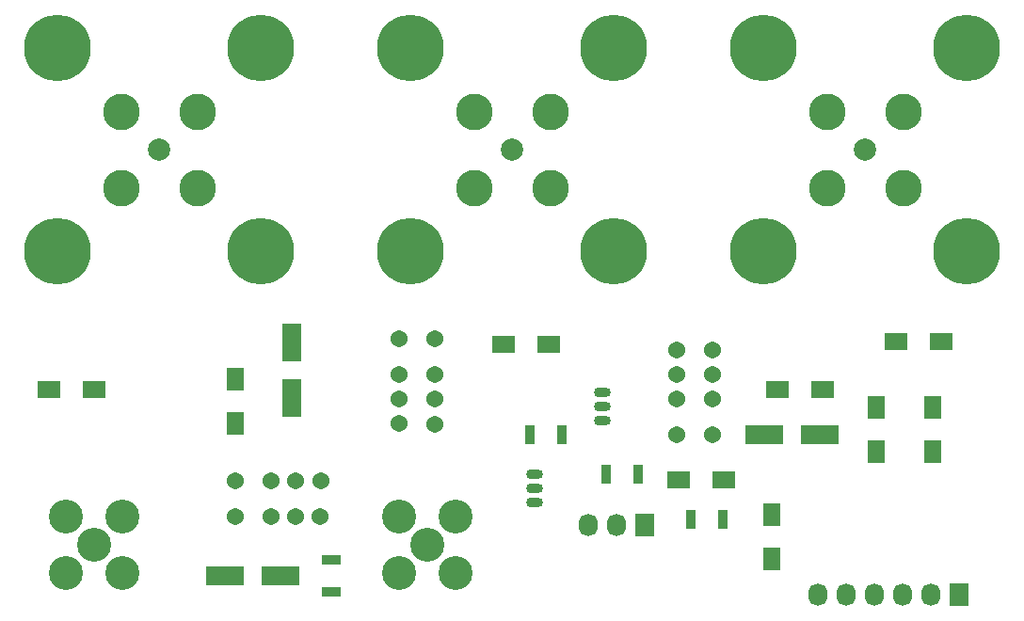
<source format=gts>
G04 #@! TF.GenerationSoftware,KiCad,Pcbnew,(2017-09-22 revision df472e6)-master*
G04 #@! TF.CreationDate,2018-05-12T20:12:06-07:00*
G04 #@! TF.ProjectId,trswitch,74727377697463682E6B696361645F70,rev?*
G04 #@! TF.SameCoordinates,Original*
G04 #@! TF.FileFunction,Soldermask,Top*
G04 #@! TF.FilePolarity,Negative*
%FSLAX46Y46*%
G04 Gerber Fmt 4.6, Leading zero omitted, Abs format (unit mm)*
G04 Created by KiCad (PCBNEW (2017-09-22 revision df472e6)-master) date Sat May 12 20:12:06 2018*
%MOMM*%
%LPD*%
G01*
G04 APERTURE LIST*
%ADD10R,2.000000X1.600000*%
%ADD11R,1.600000X2.000000*%
%ADD12C,1.540000*%
%ADD13R,1.727200X2.032000*%
%ADD14O,1.727200X2.032000*%
%ADD15R,0.900000X1.700000*%
%ADD16O,1.501140X0.899160*%
%ADD17C,3.048000*%
%ADD18R,3.500120X1.800860*%
%ADD19R,1.800860X3.500120*%
%ADD20R,1.700000X0.900000*%
%ADD21C,3.300000*%
%ADD22C,2.000000*%
%ADD23C,6.000000*%
G04 APERTURE END LIST*
D10*
X145320000Y-96266000D03*
X149320000Y-96266000D03*
D11*
X183896000Y-101886000D03*
X183896000Y-105886000D03*
D10*
X165068000Y-108458000D03*
X161068000Y-108458000D03*
D11*
X121158000Y-103346000D03*
X121158000Y-99346000D03*
D10*
X180626000Y-96012000D03*
X184626000Y-96012000D03*
D11*
X178816000Y-101886000D03*
X178816000Y-105886000D03*
X169418000Y-115538000D03*
X169418000Y-111538000D03*
D10*
X108426000Y-100330000D03*
X104426000Y-100330000D03*
X169958000Y-100330000D03*
X173958000Y-100330000D03*
D12*
X121158000Y-111760000D03*
X124358000Y-111760000D03*
X126558000Y-111760000D03*
X128758000Y-111760000D03*
X128818000Y-108560000D03*
X126558000Y-108560000D03*
X124358000Y-108560000D03*
X121158000Y-108560000D03*
X164084000Y-104394000D03*
X164084000Y-101194000D03*
X164084000Y-98994000D03*
X164084000Y-96794000D03*
X160884000Y-96734000D03*
X160884000Y-98994000D03*
X160884000Y-101194000D03*
X160884000Y-104394000D03*
X139090000Y-95758000D03*
X139090000Y-98958000D03*
X139090000Y-101158000D03*
X139090000Y-103418000D03*
X135890000Y-103358000D03*
X135890000Y-101158000D03*
X135890000Y-98958000D03*
X135890000Y-95758000D03*
D13*
X157988000Y-112522000D03*
D14*
X155448000Y-112522000D03*
X152908000Y-112522000D03*
D13*
X186300000Y-118800000D03*
D14*
X183760000Y-118800000D03*
X181220000Y-118800000D03*
X178680000Y-118800000D03*
X176140000Y-118800000D03*
X173600000Y-118800000D03*
D15*
X162126000Y-112014000D03*
X165026000Y-112014000D03*
X157406000Y-107950000D03*
X154506000Y-107950000D03*
X147648000Y-104394000D03*
X150548000Y-104394000D03*
D16*
X148082000Y-109220000D03*
X148082000Y-110490000D03*
X148082000Y-107950000D03*
X154178000Y-100584000D03*
X154178000Y-103124000D03*
X154178000Y-101854000D03*
D17*
X110998000Y-111760000D03*
X105918000Y-111760000D03*
X105918000Y-116840000D03*
X110998000Y-116840000D03*
X108458000Y-114300000D03*
X138430000Y-114300000D03*
X140970000Y-116840000D03*
X135890000Y-116840000D03*
X135890000Y-111760000D03*
X140970000Y-111760000D03*
D18*
X168696640Y-104394000D03*
X173695360Y-104394000D03*
D19*
X126238000Y-101051360D03*
X126238000Y-96052640D03*
D18*
X125181360Y-117094000D03*
X120182640Y-117094000D03*
D20*
X129794000Y-118544000D03*
X129794000Y-115644000D03*
D21*
X174370000Y-75310000D03*
D22*
X177800000Y-78740000D03*
D23*
X186918600Y-87858600D03*
X186918600Y-69621400D03*
X168681400Y-87858600D03*
X168681400Y-69621400D03*
D21*
X174370000Y-82170000D03*
X181230000Y-82170000D03*
X181230000Y-75310000D03*
X149480000Y-75310000D03*
X149480000Y-82170000D03*
X142620000Y-82170000D03*
D23*
X136931400Y-69621400D03*
X136931400Y-87858600D03*
X155168600Y-69621400D03*
X155168600Y-87858600D03*
D22*
X146050000Y-78740000D03*
D21*
X142620000Y-75310000D03*
X110870000Y-75310000D03*
D22*
X114300000Y-78740000D03*
D23*
X123418600Y-87858600D03*
X123418600Y-69621400D03*
X105181400Y-87858600D03*
X105181400Y-69621400D03*
D21*
X110870000Y-82170000D03*
X117730000Y-82170000D03*
X117730000Y-75310000D03*
M02*

</source>
